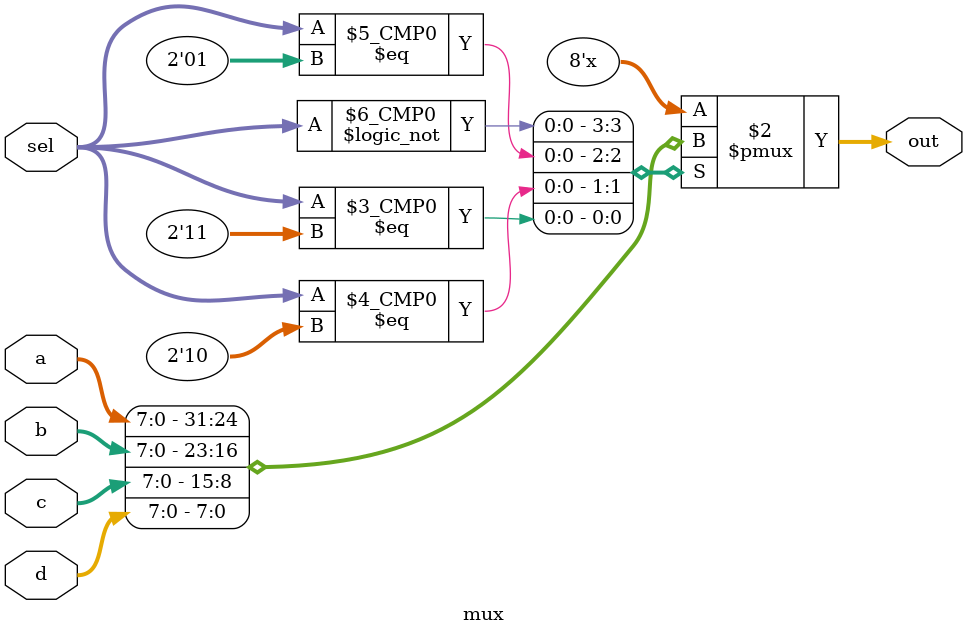
<source format=v>
module top_module ( 
    input clk, 
    input [7:0] d, 
    input [1:0] sel, 
    output [7:0] q 
);
    wire [7:0]x;
    wire [7:0]y;
    wire [7:0]z;

    my_dff8 dff1(clk, d, x);
    my_dff8 dff2(clk, x, y);
    my_dff8 dff3(clk, y, z);

    mux mux1(d, x, y, z, sel, q);
endmodule

module mux (input [7:0]a, input [7:0]b, input [7:0]c, input [7:0]d, input [1:0]sel, output [7:0]out);
    always @(a, b, c, d, sel) begin
        case(sel)
            2'b00: out = a;
            2'b01: out = b;
            2'b10: out = c;
            2'b11: out = d;
            default: out = 7'b0;
        endcase
    end
endmodule
</source>
